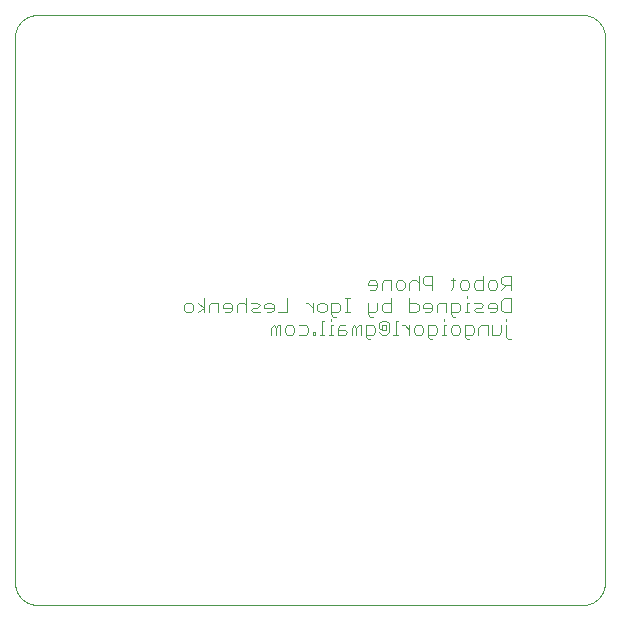
<source format=gbo>
G75*
%MOIN*%
%OFA0B0*%
%FSLAX24Y24*%
%IPPOS*%
%LPD*%
%AMOC8*
5,1,8,0,0,1.08239X$1,22.5*
%
%ADD10C,0.0000*%
%ADD11C,0.0040*%
D10*
X000550Y001033D02*
X000550Y019144D01*
X000552Y019198D01*
X000557Y019251D01*
X000566Y019304D01*
X000579Y019356D01*
X000595Y019408D01*
X000615Y019458D01*
X000638Y019506D01*
X000665Y019553D01*
X000694Y019598D01*
X000727Y019641D01*
X000762Y019681D01*
X000800Y019719D01*
X000840Y019754D01*
X000883Y019787D01*
X000928Y019816D01*
X000975Y019843D01*
X001023Y019866D01*
X001073Y019886D01*
X001125Y019902D01*
X001177Y019915D01*
X001230Y019924D01*
X001283Y019929D01*
X001337Y019931D01*
X019448Y019931D01*
X019502Y019929D01*
X019555Y019924D01*
X019608Y019915D01*
X019660Y019902D01*
X019712Y019886D01*
X019762Y019866D01*
X019810Y019843D01*
X019857Y019816D01*
X019902Y019787D01*
X019945Y019754D01*
X019985Y019719D01*
X020023Y019681D01*
X020058Y019641D01*
X020091Y019598D01*
X020120Y019553D01*
X020147Y019506D01*
X020170Y019458D01*
X020190Y019408D01*
X020206Y019356D01*
X020219Y019304D01*
X020228Y019251D01*
X020233Y019198D01*
X020235Y019144D01*
X020235Y001033D01*
X020233Y000979D01*
X020228Y000926D01*
X020219Y000873D01*
X020206Y000821D01*
X020190Y000769D01*
X020170Y000719D01*
X020147Y000671D01*
X020120Y000624D01*
X020091Y000579D01*
X020058Y000536D01*
X020023Y000496D01*
X019985Y000458D01*
X019945Y000423D01*
X019902Y000390D01*
X019857Y000361D01*
X019810Y000334D01*
X019762Y000311D01*
X019712Y000291D01*
X019660Y000275D01*
X019608Y000262D01*
X019555Y000253D01*
X019502Y000248D01*
X019448Y000246D01*
X001337Y000246D01*
X001283Y000248D01*
X001230Y000253D01*
X001177Y000262D01*
X001125Y000275D01*
X001073Y000291D01*
X001023Y000311D01*
X000975Y000334D01*
X000928Y000361D01*
X000883Y000390D01*
X000840Y000423D01*
X000800Y000458D01*
X000762Y000496D01*
X000727Y000536D01*
X000694Y000579D01*
X000665Y000624D01*
X000638Y000671D01*
X000615Y000719D01*
X000595Y000769D01*
X000579Y000821D01*
X000566Y000873D01*
X000557Y000926D01*
X000552Y000979D01*
X000550Y001033D01*
D11*
X009099Y009266D02*
X009099Y009496D01*
X009176Y009573D01*
X009253Y009496D01*
X009253Y009266D01*
X009406Y009266D02*
X009406Y009573D01*
X009330Y009573D01*
X009253Y009496D01*
X009560Y009496D02*
X009560Y009343D01*
X009636Y009266D01*
X009790Y009266D01*
X009867Y009343D01*
X009867Y009496D01*
X009790Y009573D01*
X009636Y009573D01*
X009560Y009496D01*
X010020Y009573D02*
X010250Y009573D01*
X010327Y009496D01*
X010327Y009343D01*
X010250Y009266D01*
X010020Y009266D01*
X010480Y009266D02*
X010557Y009266D01*
X010557Y009343D01*
X010480Y009343D01*
X010480Y009266D01*
X010711Y009266D02*
X010864Y009266D01*
X010787Y009266D02*
X010787Y009726D01*
X010864Y009726D01*
X011094Y009726D02*
X011094Y009803D01*
X011171Y009863D02*
X011094Y009939D01*
X011094Y010323D01*
X011325Y010323D01*
X011401Y010246D01*
X011401Y010093D01*
X011325Y010016D01*
X011094Y010016D01*
X010941Y010093D02*
X010941Y010246D01*
X010864Y010323D01*
X010711Y010323D01*
X010634Y010246D01*
X010634Y010093D01*
X010711Y010016D01*
X010864Y010016D01*
X010941Y010093D01*
X011171Y009863D02*
X011248Y009863D01*
X011171Y009573D02*
X011094Y009573D01*
X011094Y009266D01*
X011018Y009266D02*
X011171Y009266D01*
X011325Y009266D02*
X011325Y009496D01*
X011401Y009573D01*
X011555Y009573D01*
X011555Y009419D02*
X011325Y009419D01*
X011325Y009266D02*
X011555Y009266D01*
X011631Y009343D01*
X011555Y009419D01*
X011785Y009496D02*
X011785Y009266D01*
X011938Y009266D02*
X011938Y009496D01*
X011862Y009573D01*
X011785Y009496D01*
X011938Y009496D02*
X012015Y009573D01*
X012092Y009573D01*
X012092Y009266D01*
X012245Y009266D02*
X012476Y009266D01*
X012552Y009343D01*
X012552Y009496D01*
X012476Y009573D01*
X012245Y009573D01*
X012245Y009189D01*
X012322Y009113D01*
X012399Y009113D01*
X012706Y009343D02*
X012782Y009266D01*
X012936Y009266D01*
X013013Y009343D01*
X013013Y009650D01*
X012936Y009726D01*
X012782Y009726D01*
X012706Y009650D01*
X012706Y009496D01*
X012782Y009419D01*
X012782Y009573D01*
X012936Y009573D01*
X012936Y009419D01*
X012782Y009419D01*
X013166Y009266D02*
X013320Y009266D01*
X013243Y009266D02*
X013243Y009726D01*
X013320Y009726D01*
X013473Y009573D02*
X013550Y009573D01*
X013703Y009419D01*
X013703Y009266D02*
X013703Y009573D01*
X013857Y009496D02*
X013933Y009573D01*
X014087Y009573D01*
X014164Y009496D01*
X014164Y009343D01*
X014087Y009266D01*
X013933Y009266D01*
X013857Y009343D01*
X013857Y009496D01*
X014317Y009573D02*
X014317Y009189D01*
X014394Y009113D01*
X014471Y009113D01*
X014547Y009266D02*
X014317Y009266D01*
X014547Y009266D02*
X014624Y009343D01*
X014624Y009496D01*
X014547Y009573D01*
X014317Y009573D01*
X014240Y010016D02*
X014394Y010016D01*
X014471Y010093D01*
X014471Y010246D01*
X014394Y010323D01*
X014240Y010323D01*
X014164Y010246D01*
X014164Y010169D01*
X014471Y010169D01*
X014624Y010246D02*
X014624Y010016D01*
X014624Y010246D02*
X014701Y010323D01*
X014931Y010323D01*
X014931Y010016D01*
X015084Y010016D02*
X015315Y010016D01*
X015391Y010093D01*
X015391Y010246D01*
X015315Y010323D01*
X015084Y010323D01*
X015084Y009939D01*
X015161Y009863D01*
X015238Y009863D01*
X015161Y009573D02*
X015315Y009573D01*
X015391Y009496D01*
X015391Y009343D01*
X015315Y009266D01*
X015161Y009266D01*
X015084Y009343D01*
X015084Y009496D01*
X015161Y009573D01*
X014931Y009573D02*
X014854Y009573D01*
X014854Y009266D01*
X014931Y009266D02*
X014777Y009266D01*
X014854Y009726D02*
X014854Y009803D01*
X015545Y010016D02*
X015698Y010016D01*
X015622Y010016D02*
X015622Y010323D01*
X015698Y010323D01*
X015852Y010323D02*
X016082Y010323D01*
X016159Y010246D01*
X016082Y010169D01*
X015928Y010169D01*
X015852Y010093D01*
X015928Y010016D01*
X016159Y010016D01*
X016312Y010169D02*
X016312Y010246D01*
X016389Y010323D01*
X016542Y010323D01*
X016619Y010246D01*
X016619Y010093D01*
X016542Y010016D01*
X016389Y010016D01*
X016312Y010169D02*
X016619Y010169D01*
X016773Y010093D02*
X016773Y010400D01*
X016849Y010476D01*
X017079Y010476D01*
X017079Y010016D01*
X016849Y010016D01*
X016773Y010093D01*
X016926Y009803D02*
X016926Y009726D01*
X016926Y009573D02*
X016926Y009189D01*
X017003Y009113D01*
X017079Y009113D01*
X016773Y009343D02*
X016696Y009266D01*
X016466Y009266D01*
X016466Y009573D01*
X016312Y009573D02*
X016082Y009573D01*
X016005Y009496D01*
X016005Y009266D01*
X015852Y009343D02*
X015775Y009266D01*
X015545Y009266D01*
X015545Y009189D02*
X015545Y009573D01*
X015775Y009573D01*
X015852Y009496D01*
X015852Y009343D01*
X015698Y009113D02*
X015622Y009113D01*
X015545Y009189D01*
X016312Y009266D02*
X016312Y009573D01*
X016773Y009573D02*
X016773Y009343D01*
X015622Y010476D02*
X015622Y010553D01*
X015622Y010766D02*
X015698Y010843D01*
X015698Y010996D01*
X015622Y011073D01*
X015468Y011073D01*
X015391Y010996D01*
X015391Y010843D01*
X015468Y010766D01*
X015622Y010766D01*
X015852Y010843D02*
X015928Y010766D01*
X016159Y010766D01*
X016159Y011226D01*
X016159Y011073D02*
X015928Y011073D01*
X015852Y010996D01*
X015852Y010843D01*
X016312Y010843D02*
X016389Y010766D01*
X016542Y010766D01*
X016619Y010843D01*
X016619Y010996D01*
X016542Y011073D01*
X016389Y011073D01*
X016312Y010996D01*
X016312Y010843D01*
X016773Y010766D02*
X016926Y010919D01*
X016849Y010919D02*
X017079Y010919D01*
X017079Y010766D02*
X017079Y011226D01*
X016849Y011226D01*
X016773Y011150D01*
X016773Y010996D01*
X016849Y010919D01*
X015238Y011073D02*
X015084Y011073D01*
X015161Y011150D02*
X015161Y010843D01*
X015084Y010766D01*
X014471Y010766D02*
X014471Y011226D01*
X014240Y011226D01*
X014164Y011150D01*
X014164Y010996D01*
X014240Y010919D01*
X014471Y010919D01*
X014010Y010996D02*
X013933Y011073D01*
X013780Y011073D01*
X013703Y010996D01*
X013703Y010766D01*
X013550Y010843D02*
X013473Y010766D01*
X013320Y010766D01*
X013243Y010843D01*
X013243Y010996D01*
X013320Y011073D01*
X013473Y011073D01*
X013550Y010996D01*
X013550Y010843D01*
X013703Y010476D02*
X013703Y010016D01*
X013933Y010016D01*
X014010Y010093D01*
X014010Y010246D01*
X013933Y010323D01*
X013703Y010323D01*
X014010Y010766D02*
X014010Y011226D01*
X013089Y011073D02*
X013089Y010766D01*
X013089Y010476D02*
X013089Y010016D01*
X012859Y010016D01*
X012782Y010093D01*
X012782Y010246D01*
X012859Y010323D01*
X013089Y010323D01*
X012629Y010323D02*
X012629Y010093D01*
X012552Y010016D01*
X012322Y010016D01*
X012322Y009939D02*
X012399Y009863D01*
X012476Y009863D01*
X012322Y009939D02*
X012322Y010323D01*
X012399Y010766D02*
X012552Y010766D01*
X012629Y010843D01*
X012629Y010996D01*
X012552Y011073D01*
X012399Y011073D01*
X012322Y010996D01*
X012322Y010919D01*
X012629Y010919D01*
X012782Y010996D02*
X012782Y010766D01*
X012782Y010996D02*
X012859Y011073D01*
X013089Y011073D01*
X011708Y010476D02*
X011555Y010476D01*
X011631Y010476D02*
X011631Y010016D01*
X011555Y010016D02*
X011708Y010016D01*
X010480Y010016D02*
X010480Y010323D01*
X010327Y010323D02*
X010480Y010169D01*
X010327Y010323D02*
X010250Y010323D01*
X009636Y010476D02*
X009636Y010016D01*
X009330Y010016D01*
X009176Y010093D02*
X009176Y010246D01*
X009099Y010323D01*
X008946Y010323D01*
X008869Y010246D01*
X008869Y010169D01*
X009176Y010169D01*
X009176Y010093D02*
X009099Y010016D01*
X008946Y010016D01*
X008716Y010016D02*
X008485Y010016D01*
X008409Y010093D01*
X008485Y010169D01*
X008639Y010169D01*
X008716Y010246D01*
X008639Y010323D01*
X008409Y010323D01*
X008255Y010246D02*
X008179Y010323D01*
X008025Y010323D01*
X007948Y010246D01*
X007948Y010016D01*
X007795Y010093D02*
X007795Y010246D01*
X007718Y010323D01*
X007565Y010323D01*
X007488Y010246D01*
X007488Y010169D01*
X007795Y010169D01*
X007795Y010093D02*
X007718Y010016D01*
X007565Y010016D01*
X007334Y010016D02*
X007334Y010323D01*
X007104Y010323D01*
X007028Y010246D01*
X007028Y010016D01*
X006874Y010016D02*
X006874Y010476D01*
X006644Y010323D02*
X006874Y010169D01*
X006644Y010016D01*
X006490Y010093D02*
X006414Y010016D01*
X006260Y010016D01*
X006183Y010093D01*
X006183Y010246D01*
X006260Y010323D01*
X006414Y010323D01*
X006490Y010246D01*
X006490Y010093D01*
X008255Y010016D02*
X008255Y010476D01*
M02*

</source>
